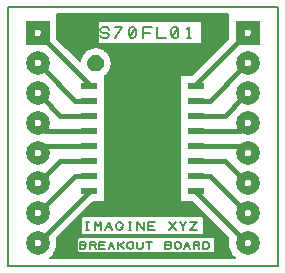
<source format=gbr>
%FSLAX35Y35*%
%MOIN*%
G04 EasyPC Gerber Version 18.0.9 Build 3640 *
%ADD11C,0.00500*%
%ADD12C,0.00591*%
%ADD16C,0.01500*%
%ADD10C,0.02500*%
%ADD13R,0.05787X0.02165*%
%ADD14R,0.07874X0.07874X0.02362*%
%ADD15C,0.07874X0.02362*%
X0Y0D02*
D02*
D10*
X166795Y207295D02*
X166616Y207188D01*
X166455Y207056*
X166315Y206900*
X166200Y206726*
X166112Y206537*
X166054Y206336*
X166026Y206129*
X166029Y205920*
X166063Y205715*
X166128Y205516*
X166221Y205330*
X166341Y205159*
X166485Y205007*
X166650Y204880*
X166832Y204778*
X167028Y204704*
X167232Y204660*
X167441Y204648*
X167649Y204666*
X167852Y204716*
X168045Y204795*
X168224Y204902*
X168386Y205035*
X168526Y205190*
X168641Y205365*
X168728Y205554*
X168787Y205754*
X168815Y205961*
X168812Y206170*
X168778Y206376*
X168713Y206574*
X168620Y206761*
X168500Y206932*
X168356Y207083*
X168191Y207211*
X168008Y207312*
X167813Y207386*
X167609Y207430*
X167400Y207442*
X167193Y207424*
X166990Y207374*
X166795Y207295*
D02*
D11*
X138045Y138545D02*
X228045D01*
Y224795*
X138045*
Y138545*
X152238Y141014D02*
X213853D01*
X213530Y141301*
X213227Y141609*
X212944Y141937*
X212685Y142282*
X212448Y142644*
X212236Y143021*
X212049Y143411*
X211888Y143812*
X211754Y144223*
X211648Y144642*
X211569Y145067*
X211519Y145496*
X211496Y145928*
X211503Y146360*
X211538Y146791*
X211602Y147219*
X211694Y147642*
X199485Y159850*
X195512*
Y202240*
X199485*
X211496Y214251*
Y222327*
X154594*
Y214251*
X162150Y206695*
X162215Y207091*
X162308Y207480*
X162431Y207861*
X162582Y208232*
X162761Y208591*
X162966Y208935*
X163197Y209263*
X163452Y209572*
X163729Y209861*
X164027Y210129*
X164345Y210373*
X164680Y210593*
X165031Y210786*
X165395Y210953*
X165770Y211091*
X166156Y211202*
X166548Y211282*
X166945Y211333*
X167345Y211354*
X167746Y211344*
X168144Y211305*
X168539Y211235*
X168927Y211136*
X169306Y211008*
X169675Y210852*
X170031Y210668*
X170372Y210458*
X170696Y210223*
X171002Y209964*
X171287Y209683*
X171551Y209381*
X171791Y209060*
X172006Y208722*
X172194Y208369*
X172356Y208002*
X172489Y207624*
X172594Y207238*
X172669Y206844*
X172714Y206446*
X172730Y206045*
X172717Y205664*
X172676Y205285*
X172607Y204910*
X172513Y204541*
X172391Y204179*
X172244Y203827*
X172073Y203487*
X171877Y203159*
X171659Y202847*
X171418Y202551*
X171157Y202273*
X170877Y202015*
X170579Y201777*
Y159850*
X166605*
X154397Y147642*
X154488Y147220*
X154552Y146792*
X154587Y146361*
X154593Y145929*
X154571Y145498*
X154521Y145069*
X154443Y144643*
X154336Y144224*
X154202Y143813*
X154042Y143412*
X153855Y143022*
X153643Y142646*
X153406Y142284*
X153146Y141939*
X152865Y141611*
X152561Y141303*
X152238Y141014*
X161998Y142652D02*
X161872Y142664D01*
X161752Y142700*
X161640Y142760*
X161543Y142840*
X161463Y142937*
X161403Y143049*
X161367Y143170*
X161354Y143295*
Y147575*
X161367Y147700*
X161403Y147821*
X161463Y147933*
X161543Y148030*
X161640Y148110*
X161752Y148170*
X161872Y148206*
X161998Y148219*
X206593*
X206718Y148206*
X206839Y148170*
X206950Y148110*
X207048Y148030*
X207128Y147933*
X207187Y147821*
X207224Y147700*
X207236Y147575*
Y143295*
X207224Y143170*
X207187Y143049*
X207128Y142937*
X207048Y142840*
X206950Y142760*
X206839Y142700*
X206718Y142664*
X206593Y142652*
X161998*
X163262Y148856D02*
X163136Y148869D01*
X163015Y148905*
X162904Y148965*
X162806Y149044*
X162726Y149142*
X162667Y149254*
X162630Y149374*
X162618Y149500*
Y154343*
X162630Y154468*
X162667Y154589*
X162726Y154700*
X162806Y154798*
X162904Y154878*
X163015Y154937*
X163136Y154974*
X163262Y154986*
X202829*
X202954Y154974*
X203075Y154937*
X203187Y154878*
X203284Y154798*
X203364Y154700*
X203424Y154589*
X203460Y154468*
X203472Y154343*
Y149500*
X203460Y149374*
X203424Y149254*
X203364Y149142*
X203284Y149044*
X203187Y148965*
X203075Y148905*
X202954Y148869*
X202829Y148856*
X163262*
X168715Y212606D02*
X168589Y212619D01*
X168468Y212655*
X168357Y212715*
X168259Y212794*
X168179Y212892*
X168120Y213004*
X168083Y213124*
X168071Y213250*
Y219510*
X168083Y219635*
X168120Y219756*
X168179Y219868*
X168259Y219965*
X168357Y220045*
X168468Y220105*
X168589Y220141*
X168715Y220154*
X202376*
X202502Y220141*
X202622Y220105*
X202734Y220045*
X202831Y219965*
X202911Y219868*
X202971Y219756*
X203007Y219635*
X203020Y219510*
Y213250*
X203007Y213124*
X202971Y213004*
X202911Y212892*
X202831Y212794*
X202734Y212715*
X202622Y212655*
X202502Y212619*
X202376Y212606*
X168715*
X154566Y145435D02*
G36*
X154513Y145011D01*
X154431Y144592*
X154323Y144179*
X154188Y143774*
X154027Y143378*
X153841Y142994*
X153630Y142623*
X153394Y142266*
X153137Y141926*
X152857Y141602*
X152557Y141298*
X152238Y141014*
X213853*
X213534Y141298*
X213234Y141602*
X212954Y141925*
X212696Y142266*
X212461Y142622*
X212250Y142994*
X212064Y143378*
X211903Y143774*
X211768Y144179*
X211659Y144592*
X211578Y145011*
X211524Y145435*
X207236*
Y143295*
X207224Y143170*
X207187Y143049*
X207128Y142937*
X207048Y142840*
X206950Y142760*
X206839Y142700*
X206718Y142664*
X206593Y142652*
X161998*
X161872Y142664*
X161752Y142700*
X161640Y142760*
X161543Y142840*
X161463Y142937*
X161403Y143049*
X161367Y143170*
X161354Y143295*
Y145435*
X154566*
G37*
X161354D02*
G36*
Y147575D01*
X161367Y147700*
X161403Y147821*
X161463Y147933*
X161543Y148030*
X161640Y148110*
X161752Y148170*
X161872Y148206*
X161998Y148219*
X206593*
X206718Y148206*
X206839Y148170*
X206950Y148110*
X207048Y148030*
X207128Y147933*
X207187Y147821*
X207224Y147700*
X207236Y147575*
Y145435*
X211524*
X211498Y145879*
X211502Y146323*
X211536Y146767*
X211600Y147207*
X211694Y147642*
X207415Y151921*
X203472*
Y149500*
X203460Y149374*
X203424Y149254*
X203364Y149142*
X203284Y149044*
X203187Y148965*
X203075Y148905*
X202954Y148869*
X202829Y148856*
X163262*
X163136Y148869*
X163015Y148905*
X162904Y148965*
X162806Y149044*
X162726Y149142*
X162667Y149254*
X162630Y149374*
X162618Y149500*
Y151921*
X158676*
X154397Y147642*
X154491Y147207*
X154555Y146767*
X154589Y146324*
X154593Y145879*
X154566Y145435*
X161354*
G37*
X162618Y151921D02*
G36*
Y154343D01*
X162630Y154468*
X162667Y154589*
X162726Y154700*
X162806Y154798*
X162904Y154878*
X163015Y154937*
X163136Y154974*
X163262Y154986*
X202829*
X202954Y154974*
X203075Y154937*
X203187Y154878*
X203284Y154798*
X203364Y154700*
X203424Y154589*
X203460Y154468*
X203472Y154343*
Y151921*
X207415*
X199485Y159850*
X195512*
Y202240*
X199485*
X211496Y214251*
Y216380*
X203020*
Y213250*
X203007Y213124*
X202971Y213004*
X202911Y212892*
X202831Y212794*
X202734Y212715*
X202622Y212655*
X202502Y212619*
X202376Y212606*
X168715*
X168589Y212619*
X168468Y212655*
X168357Y212715*
X168259Y212794*
X168179Y212892*
X168120Y213004*
X168083Y213124*
X168071Y213250*
Y216380*
X154594*
Y214251*
X162150Y206695*
X162215Y207091*
X162308Y207480*
X162431Y207861*
X162582Y208232*
X162761Y208591*
X162966Y208935*
X163197Y209263*
X163452Y209572*
X163729Y209861*
X164027Y210129*
X164345Y210373*
X164680Y210593*
X165031Y210786*
X165395Y210953*
X165770Y211091*
X166156Y211202*
X166548Y211282*
X166945Y211333*
X167345Y211354*
X167746Y211344*
X168144Y211305*
X168539Y211235*
X168927Y211136*
X169306Y211008*
X169675Y210852*
X170031Y210668*
X170372Y210458*
X170696Y210223*
X171002Y209964*
X171287Y209683*
X171551Y209381*
X171791Y209060*
X172006Y208722*
X172194Y208369*
X172356Y208002*
X172489Y207624*
X172594Y207238*
X172669Y206844*
X172714Y206446*
X172730Y206045*
X172717Y205664*
X172676Y205285*
X172607Y204910*
X172513Y204541*
X172391Y204179*
X172244Y203827*
X172073Y203487*
X171877Y203159*
X171659Y202847*
X171418Y202551*
X171157Y202273*
X170877Y202015*
X170579Y201777*
Y159850*
X166605*
X158676Y151921*
X162618*
G37*
X168071Y216380D02*
G36*
Y219510D01*
X168083Y219635*
X168120Y219756*
X168179Y219868*
X168259Y219965*
X168357Y220045*
X168468Y220105*
X168589Y220141*
X168715Y220154*
X202376*
X202502Y220141*
X202622Y220105*
X202734Y220045*
X202831Y219965*
X202911Y219868*
X202971Y219756*
X203007Y219635*
X203020Y219510*
Y216380*
X211496*
Y222327*
X154594*
Y216380*
X168071*
G37*
X163626Y145317D02*
X164020Y145120D01*
X164217Y144726*
X164020Y144333*
X163626Y144136*
X162248*
Y146498*
X163626*
X164020Y146301*
X164217Y145907*
X164020Y145514*
X163626Y145317*
X162248*
X165398Y144136D02*
Y146498D01*
X166776*
X167169Y146301*
X167366Y145907*
X167169Y145514*
X166776Y145317*
X165398*
X166776D02*
X167366Y144136D01*
X168547D02*
Y146498D01*
X170516*
X170122Y145317D02*
X168547D01*
Y144136D02*
X170516D01*
X171697D02*
X172681Y146498D01*
X173665Y144136*
X172091Y145120D02*
X173272D01*
X174846Y144136D02*
Y146498D01*
Y145317D02*
X175437D01*
X176815Y146498*
X175437Y145317D02*
X176815Y144136D01*
X177996Y144923D02*
Y145711D01*
X178193Y146104*
X178390Y146301*
X178783Y146498*
X179177*
X179571Y146301*
X179768Y146104*
X179965Y145711*
Y144923*
X179768Y144530*
X179571Y144333*
X179177Y144136*
X178783*
X178390Y144333*
X178193Y144530*
X177996Y144923*
X181146Y146498D02*
Y144726D01*
X181343Y144333*
X181736Y144136*
X182524*
X182917Y144333*
X183114Y144726*
Y146498*
X185280Y144136D02*
Y146498D01*
X184295D02*
X186264D01*
X191972Y145317D02*
X192366Y145120D01*
X192563Y144726*
X192366Y144333*
X191972Y144136*
X190594*
Y146498*
X191972*
X192366Y146301*
X192563Y145907*
X192366Y145514*
X191972Y145317*
X190594*
X193744Y144923D02*
Y145711D01*
X193941Y146104*
X194138Y146301*
X194531Y146498*
X194925*
X195319Y146301*
X195516Y146104*
X195713Y145711*
Y144923*
X195516Y144530*
X195319Y144333*
X194925Y144136*
X194531*
X194138Y144333*
X193941Y144530*
X193744Y144923*
X196894Y144136D02*
X197878Y146498D01*
X198862Y144136*
X197287Y145120D02*
X198469D01*
X200043Y144136D02*
Y146498D01*
X201421*
X201815Y146301*
X202012Y145907*
X201815Y145514*
X201421Y145317*
X200043*
X201421D02*
X202012Y144136D01*
X203193D02*
Y146498D01*
X204374*
X204768Y146301*
X204965Y146104*
X205161Y145711*
Y144923*
X204965Y144530*
X204768Y144333*
X204374Y144136*
X203193*
D02*
D12*
X164222Y150460D02*
X165107D01*
X164665D02*
Y153117D01*
X164222D02*
X165107D01*
X167100Y150460D02*
Y153117D01*
X168208Y151789*
X169315Y153117*
Y150460*
X170644D02*
X171751Y153117D01*
X172858Y150460*
X171087Y151567D02*
X172415D01*
X175737D02*
X176402D01*
Y151346*
X176180Y150903*
X175959Y150681*
X175516Y150460*
X175073*
X174630Y150681*
X174409Y150903*
X174187Y151346*
Y152231*
X174409Y152674*
X174630Y152896*
X175073Y153117*
X175516*
X175959Y152896*
X176180Y152674*
X176402Y152231*
X178395Y150460D02*
X179281D01*
X178838D02*
Y153117D01*
X178395D02*
X179281D01*
X181274Y150460D02*
Y153117D01*
X183488Y150460*
Y153117*
X184817Y150460D02*
Y153117D01*
X187031*
X186589Y151789D02*
X184817D01*
Y150460D02*
X187031D01*
X191904D02*
X194118Y153117D01*
X191904D02*
X194118Y150460D01*
X196554D02*
Y151789D01*
X195447Y153117*
X196554Y151789D02*
X197661Y153117D01*
X198990D02*
X201205D01*
X198990Y150460*
X201205*
X169010Y215317D02*
X169305Y214726D01*
X169896Y214431*
X171077*
X171667Y214726*
X171963Y215317*
X171667Y215907*
X171077Y216203*
X169896*
X169305Y216498*
X169010Y217089*
X169305Y217679*
X169896Y217974*
X171077*
X171667Y217679*
X171963Y217089*
X173734Y214431D02*
X176096Y217974D01*
X173734*
X178754Y214726D02*
X179344Y214431D01*
X179935*
X180526Y214726*
X180821Y215317*
Y217089*
X180526Y217679*
X179935Y217974*
X179344*
X178754Y217679*
X178459Y217089*
Y215317*
X178754Y214726*
X180526Y217679*
X183183Y214431D02*
Y217974D01*
X186136*
X185545Y216203D02*
X183183D01*
X187907Y217974D02*
Y214431D01*
X190860*
X192927Y214726D02*
X193518Y214431D01*
X194108*
X194699Y214726*
X194994Y215317*
Y217089*
X194699Y217679*
X194108Y217974*
X193518*
X192927Y217679*
X192632Y217089*
Y215317*
X192927Y214726*
X194699Y217679*
X197947Y214431D02*
X199128D01*
X198537D02*
Y217974D01*
X197947Y217384*
D02*
D13*
X165073Y163545D03*
Y168545D03*
Y173545D03*
Y178545D03*
Y183545D03*
Y188545D03*
Y193545D03*
Y198545D03*
X201018Y163545D03*
Y168545D03*
Y173545D03*
Y178545D03*
Y183545D03*
Y188545D03*
Y193545D03*
Y198545D03*
D02*
D14*
X148045Y216045D03*
X218045D03*
D02*
D15*
X148045Y146045D03*
Y156045D03*
Y166045D03*
Y176045D03*
Y186045D03*
Y196045D03*
Y206045D03*
X218045Y146045D03*
Y156045D03*
Y166045D03*
Y176045D03*
Y186045D03*
Y196045D03*
Y206045D03*
D02*
D16*
X165073Y163545D02*
Y163073D01*
X149411Y147411*
X165073Y168545D02*
X160545D01*
X149411Y157411*
X165073Y173545D02*
X155545D01*
X149411Y167411*
X165073Y178545D02*
X150545D01*
X149411Y177411*
X165073Y183545D02*
X150545D01*
X149411Y184680*
X165073Y188545D02*
X155545D01*
X149411Y194680*
X165073Y193545D02*
X160545D01*
X149411Y204680*
X165073Y198545D02*
Y199018D01*
X149411Y214680*
X201018Y163545D02*
Y163073D01*
X216680Y147411*
X201018Y168545D02*
X205545D01*
X216680Y157411*
X201018Y173545D02*
X210545D01*
X216680Y167411*
X201018Y178545D02*
X215545D01*
X216680Y177411*
X201018Y183545D02*
X215545D01*
X216680Y184680*
X201018Y188545D02*
X210545D01*
X216680Y194680*
X201018Y193545D02*
X205545D01*
X216680Y204680*
X201018Y198545D02*
Y199018D01*
X216680Y214680*
X0Y0D02*
M02*

</source>
